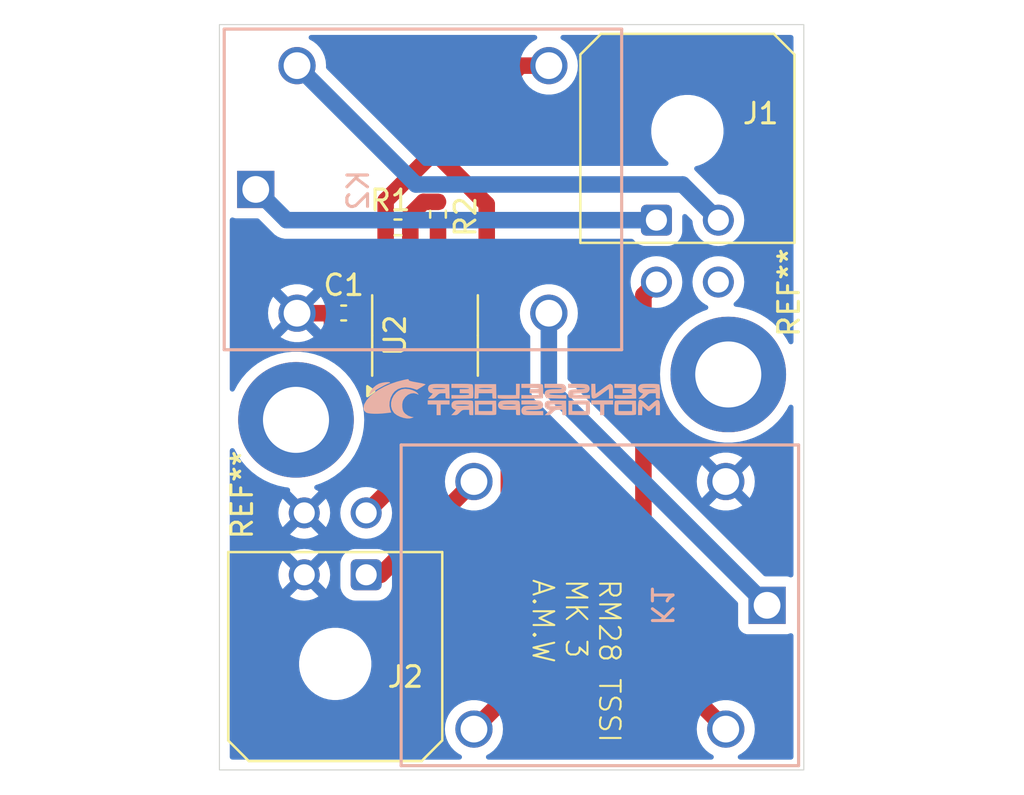
<source format=kicad_pcb>
(kicad_pcb (version 20240108) (generator "pcbnew") (generator_version "8.0")
  (layers (0 "F.Cu" signal) (31 "B.Cu" signal) (34 "B.Paste" user) (35 "F.Paste" user) (36 "B.SilkS" user "B.Silkscreen") (37 "F.SilkS" user "F.Silkscreen") (38 "B.Mask" user) (39 "F.Mask" user) (44 "Edge.Cuts" user))
  (net 0 "")
  (net 1 "Net-(U2-THR)")
  (net 2 "GND")
  (net 3 "BMS")
  (net 4 "Net-(K1-Pad1)")
  (net 5 "Net-(U2-R)")
  (net 7 "+12V")
  (net 8 "IMD")
  (net 9 "Net-(U2-DIS)")
  (net 10 "Net-(Green1-A)")
  (net 12 "Net-(J2-Pin_4)")
  (footprint "Capacitor_SMD:C_0402_1005Metric_Pad0.74x0.62mm_HandSolder" (layer "F.Cu") (at 135.32 80.62 180)
    (property "Reference" "C1" (at 0 1.35 0) (layer "F.SilkS"))
    (property "Value" ".47u")
    (fp_line (start -0.115835 0.36) (end 0.115835 0.36) (stroke (width 0.12)) (layer "F.SilkS"))
    (fp_line (start -0.115835 -0.36) (end 0.115835 -0.36) (stroke (width 0.12)) (layer "F.SilkS"))
    (pad "1" smd roundrect (at -0.5675 0 180) (size 0.735 0.62) (layers "F.Cu" "F.Paste" "F.Mask") (net 1 "Net-(U2-THR)"))
    (pad "2" smd roundrect (at 0.5675 0 180) (size 0.735 0.62) (layers "F.Cu" "F.Paste" "F.Mask") (net 2 "GND"))
  )
  (footprint "MountingHole:MountingHole_3.2mm_M3_DIN965_Pad" (layer "F.Cu") (at 133.01 85.8)
    (property "Reference" "REF**" (at -2.61 3.63 90) (layer "F.SilkS"))
    (property "Value" "MountingHole_3.2mm_M3_DIN965_Pad")
    (pad "1" thru_hole circle (at 0 0) (size 5.6 5.6) (drill 3.2) (layers "*.Cu" "*.Mask"))
  )
  (footprint "MountingHole:MountingHole_3.2mm_M3_DIN965_Pad" (layer "F.Cu") (at 153.95 83.6)
    (property "Reference" "REF**" (at 2.94 -3.97 -90) (layer "F.SilkS"))
    (property "Value" "MountingHole_3.2mm_M3_DIN965_Pad")
    (pad "1" thru_hole circle (at 0 0) (size 5.6 5.6) (drill 3.2) (layers "*.Cu" "*.Mask"))
  )
  (footprint "Resistor_SMD:R_0402_1005Metric_Pad0.72x0.64mm_HandSolder" (layer "F.Cu") (at 137.95 76.47)
    (property "Reference" "R1" (at -0.37 -1.31 0) (layer "F.SilkS"))
    (property "Value" "15k")
    (fp_line (start -0.167621 -0.38) (end 0.167621 -0.38) (stroke (width 0.12)) (layer "F.SilkS"))
    (fp_line (start -0.167621 0.38) (end 0.167621 0.38) (stroke (width 0.12)) (layer "F.SilkS"))
    (pad "1" smd roundrect (at -0.5975 0) (size 0.715 0.64) (layers "F.Cu" "F.Paste" "F.Mask") (net 5 "Net-(U2-R)"))
    (pad "2" smd roundrect (at 0.5975 0) (size 0.715 0.64) (layers "F.Cu" "F.Paste" "F.Mask") (net 9 "Net-(U2-DIS)"))
  )
  (footprint "Package_SO:SOIC-8_3.9x4.9mm_P1.27mm" (layer "F.Cu") (at 139.26 81.71 90)
    (property "Reference" "U2" (at 0 -1.45 90) (layer "F.SilkS"))
    (property "Value" "NE555D")
    (fp_line (start 0 -2.56) (end 1.95 -2.56) (stroke (width 0.12)) (layer "F.SilkS"))
    (fp_line (start 0 -2.56) (end -1.95 -2.56) (stroke (width 0.12)) (layer "F.SilkS"))
    (fp_line (start 0 2.56) (end 1.95 2.56) (stroke (width 0.12)) (layer "F.SilkS"))
    (fp_line (start 0 2.56) (end -1.95 2.56) (stroke (width 0.12)) (layer "F.SilkS"))
    (fp_poly (pts (xy -2.7 -2.465) (xy -2.94 -2.795) (xy -2.46 -2.795) (xy -2.7 -2.465)) (stroke (width 0.12)) (fill solid) (layer "F.SilkS"))
    (pad "1" smd roundrect (at -2.475 -1.905 90) (size 1.95 0.6) (layers "F.Cu" "F.Paste" "F.Mask") (net 2 "GND"))
    (pad "2" smd roundrect (at -2.475 -0.635 90) (size 1.95 0.6) (layers "F.Cu" "F.Paste" "F.Mask") (net 1 "Net-(U2-THR)"))
    (pad "3" smd roundrect (at -2.475 0.635 90) (size 1.95 0.6) (layers "F.Cu" "F.Paste" "F.Mask") (net 12 "Net-(J2-Pin_4)"))
    (pad "4" smd roundrect (at -2.475 1.905 90) (size 1.95 0.6) (layers "F.Cu" "F.Paste" "F.Mask") (net 5 "Net-(U2-R)"))
    (pad "5" smd roundrect (at 2.475 1.905 90) (size 1.95 0.6) (layers "F.Cu" "F.Paste" "F.Mask"))
    (pad "6" smd roundrect (at 2.475 0.635 90) (size 1.95 0.6) (layers "F.Cu" "F.Paste" "F.Mask") (net 1 "Net-(U2-THR)"))
    (pad "7" smd roundrect (at 2.475 -0.635 90) (size 1.95 0.6) (layers "F.Cu" "F.Paste" "F.Mask") (net 9 "Net-(U2-DIS)"))
    (pad "8" smd roundrect (at 2.475 -1.905 90) (size 1.95 0.6) (layers "F.Cu" "F.Paste" "F.Mask") (net 5 "Net-(U2-R)"))
  )
  (footprint "Resistor_SMD:R_0402_1005Metric_Pad0.72x0.64mm_HandSolder" (layer "F.Cu") (at 139.89 75.83 90)
    (property "Reference" "R2" (at -0.12 1.33 90) (layer "F.SilkS"))
    (property "Value" "470k")
    (fp_line (start -0.167621 -0.38) (end 0.167621 -0.38) (stroke (width 0.12)) (layer "F.SilkS"))
    (fp_line (start -0.167621 0.38) (end 0.167621 0.38) (stroke (width 0.12)) (layer "F.SilkS"))
    (pad "1" smd roundrect (at -0.5975 0 90) (size 0.715 0.64) (layers "F.Cu" "F.Paste" "F.Mask") (net 1 "Net-(U2-THR)"))
    (pad "2" smd roundrect (at 0.5975 0 90) (size 0.715 0.64) (layers "F.Cu" "F.Paste" "F.Mask") (net 9 "Net-(U2-DIS)"))
  )
  (footprint "Connector_Molex:Molex_Micro-Fit_3.0_43045-0400_2x02_P3.00mm_Horizontal" (layer "F.Cu") (at 150.47 76.12)
    (property "Reference" "J1" (at 5.05 -5.17 0) (layer "F.SilkS"))
    (property "Value" "Conn_01x04_Pin" (hide yes))
    (fp_line (start -3.685 -8.03) (end -2.685 -9.03) (stroke (width 0.12)) (layer "F.SilkS"))
    (fp_line (start -3.685 1.1) (end -3.685 -8.03) (stroke (width 0.12)) (layer "F.SilkS"))
    (fp_line (start -2.685 -9.03) (end 5.685 -9.03) (stroke (width 0.12)) (layer "F.SilkS"))
    (fp_line (start 5.685 -9.03) (end 6.685 -8.03) (stroke (width 0.12)) (layer "F.SilkS"))
    (fp_line (start 6.685 -8.03) (end 6.685 1.1) (stroke (width 0.12)) (layer "F.SilkS"))
    (fp_line (start 6.685 1.1) (end -3.685 1.1) (stroke (width 0.12)) (layer "F.SilkS"))
    (pad "" np_thru_hole circle (at 1.5 -4.32) (size 3 3) (drill 3) (layers "*.Cu" "*.Mask"))
    (pad "1" thru_hole roundrect (at 0 0) (size 1.5 1.5) (drill 1.02) (layers "*.Cu" "*.Mask") (roundrect_rratio 0.166667) (net 7 "+12V"))
    (pad "2" thru_hole circle (at 3 0) (size 1.5 1.5) (drill 1.02) (layers "*.Cu" "*.Mask") (net 8 "IMD"))
    (pad "3" thru_hole circle (at 0 3) (size 1.5 1.5) (drill 1.02) (layers "*.Cu" "*.Mask") (net 3 "BMS"))
    (pad "4" thru_hole circle (at 3 3) (size 1.5 1.5) (drill 1.02) (layers "*.Cu" "*.Mask"))
  )
  (footprint "Connector_Molex:Molex_Micro-Fit_3.0_43045-0400_2x02_P3.00mm_Horizontal" (layer "F.Cu") (at 136.41 93.31 180)
    (property "Reference" "J2" (at -1.9 -4.95 0) (layer "F.SilkS"))
    (property "Value" "Conn_01x04_Pin")
    (fp_line (start 6.685 1.1) (end -3.685 1.1) (stroke (width 0.12)) (layer "F.SilkS"))
    (fp_line (start 6.685 -8.03) (end 6.685 1.1) (stroke (width 0.12)) (layer "F.SilkS"))
    (fp_line (start 5.685 -9.03) (end 6.685 -8.03) (stroke (width 0.12)) (layer "F.SilkS"))
    (fp_line (start -2.685 -9.03) (end 5.685 -9.03) (stroke (width 0.12)) (layer "F.SilkS"))
    (fp_line (start -3.685 1.1) (end -3.685 -8.03) (stroke (width 0.12)) (layer "F.SilkS"))
    (fp_line (start -3.685 -8.03) (end -2.685 -9.03) (stroke (width 0.12)) (layer "F.SilkS"))
    (pad "" np_thru_hole circle (at 1.5 -4.32 180) (size 3 3) (drill 3) (layers "*.Cu" "*.Mask"))
    (pad "1" thru_hole roundrect (at 0 0 180) (size 1.5 1.5) (drill 1.02) (layers "*.Cu" "*.Mask") (roundrect_rratio 0.166667) (net 10 "Net-(Green1-A)"))
    (pad "2" thru_hole circle (at 3 0 180) (size 1.5 1.5) (drill 1.02) (layers "*.Cu" "*.Mask") (net 2 "GND"))
    (pad "3" thru_hole circle (at 0 3 180) (size 1.5 1.5) (drill 1.02) (layers "*.Cu" "*.Mask") (net 12 "Net-(J2-Pin_4)"))
    (pad "4" thru_hole circle (at 3 3 180) (size 1.5 1.5) (drill 1.02) (layers "*.Cu" "*.Mask") (net 2 "GND"))
  )
  (footprint "footprints:RM_silkscreen" (layer "B.Cu") (at 143.81 84.77 180)
    (property "Reference" "G***" (hide yes))
    (property "Value" "LOGO" (hide yes))
    (fp_poly (pts (xy 4.419887 -0.186554) (xy 4.419887 -0.287006) (xy 4.204633 -0.287006) (xy 3.989379 -0.287006) (xy 3.989379 -0.545311) (xy 3.989379 -0.803616) (xy 3.888927 -0.803616) (xy 3.788475 -0.803616) (xy 3.788475 -0.545311) (xy 3.788475 -0.287006) (xy 3.573221 -0.287006) (xy 3.357967 -0.287006) (xy 3.357967 -0.186554) (xy 3.357967 -0.086102) (xy 3.888927 -0.086102) (xy 4.419887 -0.086102)) (fill solid) (layer "B.SilkS"))
    (fp_poly (pts (xy -3.501469 -0.186554) (xy -3.501469 -0.287006) (xy -3.716723 -0.287006) (xy -3.931977 -0.287006) (xy -3.931977 -0.545311) (xy -3.931977 -0.803616) (xy -4.032429 -0.803616) (xy -4.132881 -0.803616) (xy -4.132881 -0.545311) (xy -4.132881 -0.287006) (xy -4.348135 -0.287006) (xy -4.563389 -0.287006) (xy -4.563389 -0.186554) (xy -4.563389 -0.086102) (xy -4.032429 -0.086102) (xy -3.501469 -0.086102)) (fill solid) (layer "B.SilkS"))
    (fp_poly (pts (xy 0.143503 0.444859) (xy 0.143503 0.172203) (xy 0.588362 0.172203) (xy 1.033221 0.172203) (xy 1.033221 0.08855) (xy 1.030938 0.044162) (xy 1.015602 0.018384) (xy 0.974477 0.005087) (xy 0.894831 -0.001862) (xy 0.839492 -0.004726) (xy 0.728511 -0.007989) (xy 0.581805 -0.0092) (xy 0.421017 -0.008294) (xy 0.308531 -0.006292) (xy -0.0287 0.001767) (xy -0.03198 0.086985) (xy -0.033844 0.153346) (xy -0.036059 0.258878) (xy -0.038259 0.385352) (xy -0.039155 0.444859) (xy -0.04305 0.717514) (xy 0.050226 0.717514) (xy 0.143503 0.717514)) (fill solid) (layer "B.SilkS"))
    (fp_poly (pts (xy 6.475485 0.79426) (xy 6.594172 0.77586) (xy 6.709158 0.748318) (xy 6.7942 0.718397) (xy 6.931266 0.637684) (xy 7.062254 0.52321) (xy 7.169144 0.392745) (xy 7.222062 0.29652) (xy 7.246412 0.228449) (xy 7.253799 0.186456) (xy 7.252234 0.182328) (xy 7.226196 0.193415) (xy 7.169185 0.234187) (xy 7.093047 0.296102) (xy 7.085525 0.302538) (xy 7.0114 0.357762) (xy 6.905879 0.425515) (xy 6.780518 0.499564) (xy 6.646872 0.573677) (xy 6.516495 0.641621) (xy 6.400942 0.697164) (xy 6.311769 0.734073) (xy 6.26296 0.746215) (xy 6.239731 0.763703) (xy 6.244584 0.778492) (xy 6.285955 0.797187) (xy 6.367834 0.801906)) (fill solid) (layer "B.SilkS"))
    (fp_poly (pts (xy 2.138193 -0.444859) (xy 2.138193 -0.789266) (xy 1.628112 -0.797106) (xy 1.437601 -0.799179) (xy 1.297495 -0.798428) (xy 1.20085 -0.794448) (xy 1.14072 -0.786835) (xy 1.11016 -0.775185) (xy 1.103301 -0.766561) (xy 1.09801 -0.723437) (xy 1.095126 -0.636528) (xy 1.094901 -0.519412) (xy 1.096228 -0.444859) (xy 1.291526 -0.444859) (xy 1.291526 -0.602712) (xy 1.621582 -0.602712) (xy 1.951639 -0.602712) (xy 1.951639 -0.444859) (xy 1.951639 -0.287006) (xy 1.621582 -0.287006) (xy 1.291526 -0.287006) (xy 1.291526 -0.444859) (xy 1.096228 -0.444859) (xy 1.096772 -0.414314) (xy 1.104972 -0.100452) (xy 1.621582 -0.100452) (xy 2.138193 -0.100452)) (fill solid) (layer "B.SilkS"))
    (fp_poly (pts (xy -2.934941 -0.092006) (xy -2.896631 -0.092578) (xy -2.396497 -0.100452) (xy -2.396497 -0.444859) (xy -2.396497 -0.789266) (xy -2.902612 -0.79709) (xy -3.086744 -0.799377) (xy -3.221422 -0.799317) (xy -3.314567 -0.796329) (xy -3.3741 -0.789837) (xy -3.407941 -0.779263) (xy -3.424011 -0.764028) (xy -3.426398 -0.758867) (xy -3.435523 -0.705753) (xy -3.441101 -0.61395) (xy -3.443291 -0.499151) (xy -3.442828 -0.444859) (xy -3.243163 -0.444859) (xy -3.243163 -0.602712) (xy -2.913107 -0.602712) (xy -2.58305 -0.602712) (xy -2.58305 -0.444859) (xy -2.58305 -0.287006) (xy -2.913107 -0.287006) (xy -3.243163 -0.287006) (xy -3.243163 -0.444859) (xy -3.442828 -0.444859) (xy -3.44225 -0.377048) (xy -3.438137 -0.263333) (xy -3.431109 -0.173699) (xy -3.421324 -0.123838) (xy -3.419976 -0.121278) (xy -3.396676 -0.107431) (xy -3.342966 -0.097933) (xy -3.252403 -0.092432) (xy -3.118543 -0.090574)) (fill solid) (layer "B.SilkS"))
    (fp_poly (pts (xy -5.808494 -0.092558) (xy -5.783202 -0.179978) (xy -5.771191 -0.319946) (xy -5.768813 -0.464949) (xy -5.768813 -0.803616) (xy -5.868058 -0.803616) (xy -5.967303 -0.803616) (xy -5.975685 -0.587788) (xy -5.984067 -0.371959) (xy -6.135501 -0.504573) (xy -6.209053 -0.568377) (xy -6.262078 -0.603865) (xy -6.307889 -0.609002) (xy -6.359798 -0.581752) (xy -6.431116 -0.52008) (xy -6.507853 -0.44765) (xy -6.62983 -0.332456) (xy -6.62983 -0.568036) (xy -6.62983 -0.803616) (xy -6.730282 -0.803616) (xy -6.830734 -0.803616) (xy -6.830734 -0.47561) (xy -6.82906 -0.324158) (xy -6.823221 -0.219914) (xy -6.811995 -0.152756) (xy -6.794158 -0.112567) (xy -6.785633 -0.102502) (xy -6.740727 -0.069028) (xy -6.692384 -0.063899) (xy -6.630813 -0.090709) (xy -6.546226 -0.153051) (xy -6.469442 -0.218558) (xy -6.285882 -0.379715) (xy -6.111813 -0.218558) (xy -5.998727 -0.120687) (xy -5.91279 -0.065403) (xy -5.850534 -0.055197)) (fill solid) (layer "B.SilkS"))
    (fp_poly (pts (xy 2.146251 0.351582) (xy 2.15431 0) (xy 2.052974 0) (xy 1.99071 0.002708) (xy 1.961226 0.021249) (xy 1.952264 0.071244) (xy 1.951639 0.129152) (xy 1.951639 0.258305) (xy 1.621582 0.258305) (xy 1.291526 0.258305) (xy 1.291526 0.129152) (xy 1.289401 0.049796) (xy 1.274853 0.012218) (xy 1.235626 0.000797) (xy 1.19019 0) (xy 1.088855 0) (xy 1.096914 0.351582) (xy 1.100039 0.487909) (xy 1.291526 0.487909) (xy 1.319038 0.475139) (xy 1.396953 0.465741) (xy 1.518339 0.460318) (xy 1.621582 0.459209) (xy 1.768443 0.461601) (xy 1.87652 0.468376) (xy 1.938882 0.478932) (xy 1.951639 0.487909) (xy 1.924127 0.50068) (xy 1.846212 0.510078) (xy 1.724825 0.515501) (xy 1.621582 0.51661) (xy 1.474722 0.514218) (xy 1.366645 0.507442) (xy 1.304283 0.496887) (xy 1.291526 0.487909) (xy 1.100039 0.487909) (xy 1.104972 0.703164) (xy 1.621582 0.703164) (xy 2.138193 0.703164)) (fill solid) (layer "B.SilkS"))
    (fp_poly (pts (xy 5.691787 0.447424) (xy 5.843958 0.372575) (xy 5.938807 0.297893) (xy 6.066667 0.150676) (xy 6.152418 -0.016919) (xy 6.195156 -0.194655) (xy 6.193973 -0.372292) (xy 6.147964 -0.539592) (xy 6.056222 -0.686316) (xy 6.02855 -0.716083) (xy 5.911318 -0.806122) (xy 5.763376 -0.880047) (xy 5.600091 -0.933836) (xy 5.436835 -0.963461) (xy 5.288975 -0.964899) (xy 5.180452 -0.938181) (xy 5.094351 -0.89957) (xy 5.211423 -0.880738) (xy 5.360864 -0.830978) (xy 5.498524 -0.738443) (xy 5.578735 -0.652021) (xy 5.624737 -0.55251) (xy 5.649192 -0.420527) (xy 5.65125 -0.277138) (xy 5.630064 -0.143411) (xy 5.602213 -0.069263) (xy 5.503199 0.074947) (xy 5.379143 0.180886) (xy 5.239675 0.244463) (xy 5.094425 0.261586) (xy 4.95302 0.228164) (xy 4.929186 0.216708) (xy 4.87619 0.191122) (xy 4.863568 0.195964) (xy 4.879487 0.230335) (xy 4.938909 0.295088) (xy 5.040033 0.359064) (xy 5.167588 0.414508) (xy 5.306301 0.453665) (xy 5.327174 0.457663) (xy 5.523474 0.474755)) (fill solid) (layer "B.SilkS"))
    (fp_poly (pts (xy -3.501469 0.393198) (xy -3.504812 0.221203) (xy -3.51476 0.103321) (xy -3.531184 0.04087) (xy -3.535909 0.03444) (xy -3.584001 0.003888) (xy -3.645171 0.001487) (xy -3.726024 0.02986) (xy -3.833161 0.091631) (xy -3.973187 0.189422) (xy -4.027154 0.229604) (xy -4.140854 0.314395) (xy -4.23766 0.385054) (xy -4.308641 0.435178) (xy -4.344869 0.45836) (xy -4.347303 0.459209) (xy -4.354354 0.432775) (xy -4.359663 0.36253) (xy -4.362333 0.262055) (xy -4.362485 0.229604) (xy -4.362485 0) (xy -4.462937 0) (xy -4.563389 0) (xy -4.563389 0.311258) (xy -4.562056 0.453416) (xy -4.556941 0.549664) (xy -4.546367 0.611451) (xy -4.528659 0.65023) (xy -4.510904 0.670015) (xy -4.452141 0.707345) (xy -4.412748 0.717514) (xy -4.374136 0.701103) (xy -4.299619 0.656061) (xy -4.198851 0.588673) (xy -4.081485 0.505224) (xy -4.0419 0.47608) (xy -3.716723 0.234647) (xy -3.70843 0.47608) (xy -3.700138 0.717514) (xy -3.600803 0.717514) (xy -3.501469 0.717514)) (fill solid) (layer "B.SilkS"))
    (fp_poly (pts (xy -4.620791 0.617709) (xy -4.620791 0.51661) (xy -5.051299 0.51661) (xy -5.226742 0.514753) (xy -5.360172 0.5094) (xy -5.44668 0.500878) (xy -5.481361 0.489514) (xy -5.481807 0.487909) (xy -5.454955 0.473696) (xy -5.381643 0.463708) (xy -5.272743 0.459305) (xy -5.252203 0.459209) (xy -5.022598 0.459209) (xy -5.022598 0.358757) (xy -5.022598 0.258305) (xy -5.252203 0.258305) (xy -5.370011 0.256277) (xy -5.440712 0.24892) (xy -5.474498 0.234322) (xy -5.481807 0.215254) (xy -5.473999 0.198405) (xy -5.445253 0.186496) (xy -5.387592 0.178731) (xy -5.293037 0.17431) (xy -5.15361 0.172437) (xy -5.051299 0.172203) (xy -4.620791 0.172203) (xy -4.620791 0.088871) (xy -4.624862 0.03871) (xy -4.647036 0.012572) (xy -4.702256 0.000476) (xy -4.760434 -0.004405) (xy -4.842357 -0.007566) (xy -4.965718 -0.009047) (xy -5.114574 -0.00879) (xy -5.272986 -0.006738) (xy -5.292271 -0.00636) (xy -5.684465 0.001631) (xy -5.676413 0.352397) (xy -5.668361 0.703164) (xy -5.144576 0.710986) (xy -4.620791 0.718809)) (fill solid) (layer "B.SilkS"))
    (fp_poly (pts (xy -4.832889 -0.091846) (xy -4.735104 -0.096674) (xy -4.675318 -0.105436) (xy -4.647086 -0.118485) (xy -4.644882 -0.121278) (xy -4.634822 -0.165227) (xy -4.627462 -0.250829) (xy -4.622967 -0.36239) (xy -4.6215 -0.484217) (xy -4.623227 -0.600619) (xy -4.62831 -0.695902) (xy -4.636916 -0.754373) (xy -4.638211 -0.758218) (xy -4.651548 -0.774871) (xy -4.682097 -0.786968) (xy -4.73773 -0.7952) (xy -4.826317 -0.800258) (xy -4.955727 -0.802831) (xy -5.133832 -0.80361) (xy -5.155722 -0.803616) (xy -5.346455 -0.802626) (xy -5.48639 -0.799335) (xy -5.582106 -0.793261) (xy -5.640176 -0.783922) (xy -5.667179 -0.770836) (xy -5.670287 -0.765896) (xy -5.675473 -0.723059) (xy -5.678274 -0.636402) (xy -5.678448 -0.519466) (xy -5.677109 -0.444859) (xy -5.481807 -0.444859) (xy -5.481807 -0.602712) (xy -5.151751 -0.602712) (xy -4.821694 -0.602712) (xy -4.821694 -0.444859) (xy -4.821694 -0.287006) (xy -5.151751 -0.287006) (xy -5.481807 -0.287006) (xy -5.481807 -0.444859) (xy -5.677109 -0.444859) (xy -5.676561 -0.414314) (xy -5.668361 -0.100452) (xy -5.168227 -0.092578) (xy -4.975115 -0.090598)) (fill solid) (layer "B.SilkS"))
    (fp_poly (pts (xy 3.271865 0.617062) (xy 3.271865 0.51661) (xy 2.841356 0.51661) (xy 2.665913 0.514753) (xy 2.532484 0.5094) (xy 2.445975 0.500878) (xy 2.411294 0.489514) (xy 2.410848 0.487909) (xy 2.437701 0.473696) (xy 2.511013 0.463708) (xy 2.619912 0.459305) (xy 2.640452 0.459209) (xy 2.870057 0.459209) (xy 2.870057 0.358757) (xy 2.870057 0.258305) (xy 2.640452 0.258305) (xy 2.522644 0.256277) (xy 2.451943 0.24892) (xy 2.418157 0.234322) (xy 2.410848 0.215254) (xy 2.418657 0.198405) (xy 2.447402 0.186496) (xy 2.505063 0.178731) (xy 2.599618 0.17431) (xy 2.739045 0.172437) (xy 2.841356 0.172203) (xy 3.271865 0.172203) (xy 3.271865 0.086102) (xy 3.271865 0) (xy 2.760038 0) (xy 2.594147 0.001024) (xy 2.448512 0.003868) (xy 2.33269 0.008187) (xy 2.256239 0.013636) (xy 2.229078 0.019134) (xy 2.217728 0.059032) (xy 2.211046 0.141173) (xy 2.208687 0.250617) (xy 2.210307 0.372424) (xy 2.215561 0.491654) (xy 2.224104 0.593369) (xy 2.235592 0.662627) (xy 2.244385 0.683073) (xy 2.281714 0.697293) (xy 2.363612 0.707561) (xy 2.493777 0.714115) (xy 2.675905 0.717197) (xy 2.775345 0.717514) (xy 3.271865 0.717514)) (fill solid) (layer "B.SilkS"))
    (fp_poly (pts (xy 0.591158 -0.088474) (xy 0.736817 -0.095175) (xy 0.843509 -0.10558) (xy 0.901289 -0.118758) (xy 0.971082 -0.178824) (xy 1.010859 -0.268849) (xy 1.011463 -0.365314) (xy 1.005213 -0.385635) (xy 0.973835 -0.447685) (xy 0.928303 -0.491661) (xy 0.859333 -0.520474) (xy 0.757643 -0.537034) (xy 0.613949 -0.544251) (xy 0.495874 -0.545311) (xy 0.143503 -0.545311) (xy 0.143503 -0.674463) (xy 0.141359 -0.75382) (xy 0.126825 -0.791398) (xy 0.087753 -0.802819) (xy 0.043051 -0.803616) (xy -0.057401 -0.803616) (xy -0.057401 -0.500373) (xy -0.054676 -0.368779) (xy -0.051263 -0.315706) (xy 0.143503 -0.315706) (xy 0.171015 -0.328477) (xy 0.24893 -0.337875) (xy 0.370317 -0.343298) (xy 0.47356 -0.344407) (xy 0.62042 -0.342015) (xy 0.728497 -0.335239) (xy 0.790859 -0.324684) (xy 0.803616 -0.315706) (xy 0.776104 -0.302936) (xy 0.698189 -0.293538) (xy 0.576803 -0.288115) (xy 0.47356 -0.287006) (xy 0.326699 -0.289398) (xy 0.218622 -0.296173) (xy 0.156261 -0.306729) (xy 0.143503 -0.315706) (xy -0.051263 -0.315706) (xy -0.047322 -0.254406) (xy -0.036571 -0.172132) (xy -0.02769 -0.141616) (xy -0.011708 -0.119784) (xy 0.015143 -0.10454) (xy 0.062188 -0.094717) (xy 0.138751 -0.089148) (xy 0.254154 -0.086665) (xy 0.415818 -0.086102)) (fill solid) (layer "B.SilkS"))
    (fp_poly (pts (xy -0.114802 0.617062) (xy -0.114802 0.51661) (xy -0.54531 0.51661) (xy -0.720754 0.514753) (xy -0.854183 0.5094) (xy -0.940691 0.500878) (xy -0.975372 0.489514) (xy -0.975819 0.487909) (xy -0.948966 0.473696) (xy -0.875654 0.463708) (xy -0.766754 0.459305) (xy -0.746214 0.459209) (xy -0.51661 0.459209) (xy -0.51661 0.358757) (xy -0.51661 0.258305) (xy -0.746214 0.258305) (xy -0.864022 0.256277) (xy -0.934723 0.24892) (xy -0.968509 0.234322) (xy -0.975819 0.215254) (xy -0.96801 0.198405) (xy -0.939264 0.186496) (xy -0.881603 0.178731) (xy -0.787048 0.17431) (xy -0.647621 0.172437) (xy -0.54531 0.172203) (xy -0.114802 0.172203) (xy -0.114802 0.086102) (xy -0.114802 0) (xy -0.626629 0) (xy -0.79252 0.001024) (xy -0.938155 0.003868) (xy -1.053977 0.008187) (xy -1.130428 0.013636) (xy -1.157589 0.019134) (xy -1.165916 0.054879) (xy -1.171837 0.133294) (xy -1.175313 0.239693) (xy -1.176307 0.359393) (xy -1.174779 0.477711) (xy -1.170691 0.579963) (xy -1.164005 0.651465) (xy -1.159302 0.672116) (xy -1.146135 0.688573) (xy -1.115963 0.700587) (xy -1.061016 0.708821) (xy -0.973529 0.713941) (xy -0.845734 0.716611) (xy -0.669863 0.717493) (xy -0.628341 0.717514) (xy -0.114802 0.717514)) (fill solid) (layer "B.SilkS"))
    (fp_poly (pts (xy -1.502217 -0.094802) (xy -1.399409 -0.106843) (xy -1.330163 -0.129001) (xy -1.286572 -0.163417) (xy -1.260731 -0.212231) (xy -1.249783 -0.252347) (xy -1.24807 -0.368707) (xy -1.296258 -0.460154) (xy -1.390569 -0.520009) (xy -1.492897 -0.557011) (xy -1.371885 -0.680314) (xy -1.250873 -0.803616) (xy -1.380026 -0.803616) (xy -1.457314 -0.798886) (xy -1.516822 -0.777916) (xy -1.578698 -0.73054) (xy -1.635932 -0.674463) (xy -1.709052 -0.603405) (xy -1.765569 -0.564745) (xy -1.827769 -0.548658) (xy -1.917936 -0.545322) (xy -1.928913 -0.545311) (xy -2.095141 -0.545311) (xy -2.095141 -0.674463) (xy -2.097266 -0.75382) (xy -2.111814 -0.791397) (xy -2.151041 -0.802819) (xy -2.196476 -0.803616) (xy -2.297812 -0.803616) (xy -2.289753 -0.452034) (xy -2.286628 -0.315706) (xy -2.095141 -0.315706) (xy -2.067697 -0.328656) (xy -1.990255 -0.338133) (xy -1.87015 -0.343469) (xy -1.779435 -0.344407) (xy -1.636986 -0.341912) (xy -1.532743 -0.334872) (xy -1.474041 -0.323953) (xy -1.463728 -0.315706) (xy -1.491172 -0.302757) (xy -1.568614 -0.29328) (xy -1.688719 -0.287943) (xy -1.779435 -0.287006) (xy -1.921883 -0.289501) (xy -2.026126 -0.296541) (xy -2.084828 -0.30746) (xy -2.095141 -0.315706) (xy -2.286628 -0.315706) (xy -2.281694 -0.100452) (xy -1.840146 -0.092509) (xy -1.646494 -0.090738)) (fill solid) (layer "B.SilkS"))
    (fp_poly (pts (xy 5.396005 0.942463) (xy 5.469779 0.930056) (xy 5.587559 0.905668) (xy 5.916908 0.821111) (xy 6.23131 0.711833) (xy 6.525118 0.581501) (xy 6.792683 0.433779) (xy 7.028359 0.272332) (xy 7.226497 0.100824) (xy 7.381449 -0.07708) (xy 7.487569 -0.257714) (xy 7.520821 -0.348845) (xy 7.53171 -0.474017) (xy 7.494791 -0.585304) (xy 7.415349 -0.668748) (xy 7.395181 -0.680677) (xy 7.309757 -0.707669) (xy 7.178897 -0.72584) (xy 7.013931 -0.734865) (xy 6.826191 -0.734419) (xy 6.627008 -0.724177) (xy 6.457628 -0.707581) (xy 6.184972 -0.674463) (xy 6.235679 -0.530961) (xy 6.272353 -0.346417) (xy 6.262502 -0.148916) (xy 6.20984 0.046735) (xy 6.118081 0.22573) (xy 6.014264 0.351647) (xy 5.863681 0.459022) (xy 5.681703 0.523698) (xy 5.476643 0.54443) (xy 5.256813 0.519969) (xy 5.126642 0.484852) (xy 4.942474 0.424394) (xy 4.738064 0.545832) (xy 4.642302 0.604207) (xy 4.567156 0.652797) (xy 4.525198 0.683377) (xy 4.520892 0.68792) (xy 4.541588 0.70125) (xy 4.607596 0.720635) (xy 4.707545 0.743072) (xy 4.78689 0.758149) (xy 4.979082 0.792932) (xy 5.121653 0.820519) (xy 5.221657 0.842806) (xy 5.286149 0.861691) (xy 5.322182 0.879071) (xy 5.336812 0.896843) (xy 5.338306 0.906446) (xy 5.341104 0.930624) (xy 5.356725 0.942641)) (fill solid) (layer "B.SilkS"))
    (fp_poly (pts (xy 4.128346 0.708083) (xy 4.233315 0.695055) (xy 4.305638 0.671921) (xy 4.353507 0.636842) (xy 4.38511 0.58798) (xy 4.390379 0.575961) (xy 4.408649 0.471526) (xy 4.383461 0.374502) (xy 4.323199 0.299383) (xy 4.236246 0.260659) (xy 4.206622 0.258305) (xy 4.182189 0.251451) (xy 4.189794 0.225799) (xy 4.233559 0.173715) (xy 4.276385 0.129152) (xy 4.403138 0) (xy 4.259635 0) (xy 4.176148 0.0037) (xy 4.11559 0.021506) (xy 4.05692 0.063473) (xy 3.989379 0.129152) (xy 3.915364 0.200681) (xy 3.858098 0.239399) (xy 3.796063 0.255282) (xy 3.710748 0.258305) (xy 3.55887 0.258305) (xy 3.55887 0.129152) (xy 3.556745 0.049796) (xy 3.542198 0.012218) (xy 3.502971 0.000797) (xy 3.457535 0) (xy 3.3562 0) (xy 3.364258 0.351582) (xy 3.367383 0.487909) (xy 3.55887 0.487909) (xy 3.586314 0.47496) (xy 3.663756 0.465483) (xy 3.783861 0.460146) (xy 3.874577 0.459209) (xy 4.017025 0.461704) (xy 4.121268 0.468744) (xy 4.179971 0.479663) (xy 4.190283 0.487909) (xy 4.162839 0.500859) (xy 4.085397 0.510336) (xy 3.965292 0.515672) (xy 3.874577 0.51661) (xy 3.732128 0.514115) (xy 3.627885 0.507075) (xy 3.569183 0.496156) (xy 3.55887 0.487909) (xy 3.367383 0.487909) (xy 3.372317 0.703164) (xy 3.787709 0.711166) (xy 3.982541 0.71284)) (fill solid) (layer "B.SilkS"))
    (fp_poly (pts (xy -1.234124 0.617062) (xy -1.234124 0.51661) (xy -1.664632 0.51661) (xy -1.840076 0.514753) (xy -1.973505 0.5094) (xy -2.060013 0.500878) (xy -2.094694 0.489514) (xy -2.095141 0.487909) (xy -2.067692 0.474971) (xy -1.990219 0.4655) (xy -1.870028 0.460157) (xy -1.778513 0.459209) (xy -1.590766 0.45522) (xy -1.452405 0.441477) (xy -1.355852 0.415317) (xy -1.29353 0.374079) (xy -1.257863 0.3151) (xy -1.246505 0.272254) (xy -1.241349 0.18141) (xy -1.271682 0.107751) (xy -1.283729 0.090697) (xy -1.34069 0.01435) (xy -1.818367 0.006481) (xy -2.296045 -0.001388) (xy -2.296045 0.08462) (xy -2.296045 0.170627) (xy -1.889416 0.17859) (xy -1.712825 0.183715) (xy -1.588322 0.191453) (xy -1.510635 0.202356) (xy -1.474489 0.216976) (xy -1.470866 0.222429) (xy -1.479497 0.238358) (xy -1.522407 0.24912) (xy -1.606427 0.255457) (xy -1.738386 0.258109) (xy -1.801873 0.258305) (xy -1.95137 0.259356) (xy -2.055409 0.26364) (xy -2.12591 0.272851) (xy -2.174795 0.288682) (xy -2.213986 0.312829) (xy -2.220423 0.317789) (xy -2.282396 0.398917) (xy -2.297377 0.497183) (xy -2.265112 0.596403) (xy -2.225598 0.647067) (xy -2.197243 0.673394) (xy -2.166833 0.692181) (xy -2.124786 0.7047) (xy -2.061521 0.712221) (xy -1.967458 0.716016) (xy -1.833015 0.717355) (xy -1.694637 0.717514) (xy -1.234124 0.717514)) (fill solid) (layer "B.SilkS"))
    (fp_poly (pts (xy -2.382146 0.617062) (xy -2.382146 0.51661) (xy -2.798305 0.51661) (xy -2.949173 0.514892) (xy -3.074491 0.510138) (xy -3.164805 0.502946) (xy -3.210658 0.493916) (xy -3.214463 0.49025) (xy -3.187582 0.479508) (xy -3.114216 0.469275) (xy -3.005274 0.460653) (xy -2.87167 0.454741) (xy -2.858627 0.454374) (xy -2.681781 0.446968) (xy -2.55441 0.433039) (xy -2.468645 0.408639) (xy -2.416619 0.369819) (xy -2.390464 0.31263) (xy -2.38231 0.233123) (xy -2.382146 0.215254) (xy -2.385044 0.142583) (xy -2.398612 0.088387) (xy -2.430161 0.049968) (xy -2.487002 0.02463) (xy -2.576447 0.009674) (xy -2.705808 0.002403) (xy -2.882395 0.000121) (xy -2.965593 0) (xy -3.444067 0) (xy -3.444067 0.085334) (xy -3.444067 0.170669) (xy -3.027836 0.178611) (xy -2.851038 0.184472) (xy -2.721625 0.193645) (xy -2.641102 0.204958) (xy -2.61097 0.217243) (xy -2.632732 0.22933) (xy -2.707889 0.24005) (xy -2.837945 0.248234) (xy -2.934517 0.251255) (xy -3.071014 0.257022) (xy -3.19121 0.267004) (xy -3.280493 0.279695) (xy -3.320197 0.290967) (xy -3.392078 0.357351) (xy -3.427981 0.451203) (xy -3.419218 0.549494) (xy -3.418474 0.551487) (xy -3.390798 0.610459) (xy -3.353485 0.653709) (xy -3.297977 0.683615) (xy -3.215718 0.702553) (xy -3.09815 0.712899) (xy -2.936715 0.717029) (xy -2.820619 0.717514) (xy -2.382146 0.717514)) (fill solid) (layer "B.SilkS"))
    (fp_poly (pts (xy -0.114802 -0.186554) (xy -0.114802 -0.287006) (xy -0.53096 -0.287006) (xy -0.702538 -0.288924) (xy -0.832491 -0.294444) (xy -0.915689 -0.30321) (xy -0.947001 -0.31487) (xy -0.947118 -0.315706) (xy -0.91956 -0.328351) (xy -0.841326 -0.337692) (xy -0.719076 -0.34317) (xy -0.606582 -0.344407) (xy -0.457613 -0.345475) (xy -0.354042 -0.349821) (xy -0.283888 -0.359158) (xy -0.23517 -0.375198) (xy -0.195905 -0.399654) (xy -0.190424 -0.403891) (xy -0.132002 -0.482823) (xy -0.111834 -0.583561) (xy -0.131089 -0.684094) (xy -0.172203 -0.746215) (xy -0.197728 -0.767576) (xy -0.230999 -0.78289) (xy -0.281202 -0.793152) (xy -0.357524 -0.799353) (xy -0.469153 -0.802488) (xy -0.625275 -0.80355) (xy -0.703163 -0.803616) (xy -1.176723 -0.803616) (xy -1.176723 -0.703164) (xy -1.176723 -0.602712) (xy -0.74452 -0.602712) (xy -0.561632 -0.600895) (xy -0.430267 -0.595533) (xy -0.352323 -0.586757) (xy -0.329701 -0.574699) (xy -0.330056 -0.574011) (xy -0.364959 -0.561925) (xy -0.445976 -0.552496) (xy -0.561845 -0.546696) (xy -0.663232 -0.545311) (xy -0.847647 -0.540496) (xy -0.982444 -0.524623) (xy -1.074705 -0.495554) (xy -1.131517 -0.451148) (xy -1.158333 -0.395782) (xy -1.174648 -0.293699) (xy -1.154774 -0.217376) (xy -1.106276 -0.156549) (xy -1.077921 -0.130222) (xy -1.047511 -0.111435) (xy -1.005464 -0.098916) (xy -0.942199 -0.091395) (xy -0.848136 -0.0876) (xy -0.713693 -0.08626) (xy -0.575315 -0.086102) (xy -0.114802 -0.086102)) (fill solid) (layer "B.SilkS"))
    (fp_poly (pts (xy -6.174642 0.716843) (xy -6.055384 0.714006) (xy -5.972844 0.707764) (xy -5.916684 0.696879) (xy -5.876566 0.680111) (xy -5.844435 0.65803) (xy -5.782341 0.576708) (xy -5.764523 0.478057) (xy -5.790981 0.38128) (xy -5.844435 0.317789) (xy -5.914823 0.275999) (xy -5.978891 0.258309) (xy -5.979563 0.258305) (xy -6.006276 0.252557) (xy -6.002215 0.229894) (xy -5.963147 0.182192) (xy -5.912316 0.129152) (xy -5.785562 0) (xy -5.914715 0) (xy -5.992003 0.00473) (xy -6.051512 0.025699) (xy -6.113387 0.073076) (xy -6.170621 0.129152) (xy -6.243741 0.20021) (xy -6.300258 0.238871) (xy -6.362458 0.254958) (xy -6.452625 0.258294) (xy -6.463602 0.258305) (xy -6.62983 0.258305) (xy -6.62983 0.129152) (xy -6.631975 0.049795) (xy -6.646508 0.012217) (xy -6.685581 0.000796) (xy -6.730282 0) (xy -6.830734 0) (xy -6.830734 0.324316) (xy -6.827553 0.487909) (xy -6.62983 0.487909) (xy -6.602318 0.475139) (xy -6.524403 0.465741) (xy -6.403017 0.460318) (xy -6.299774 0.459209) (xy -6.152913 0.461601) (xy -6.044836 0.468376) (xy -5.982474 0.478932) (xy -5.969717 0.487909) (xy -5.997229 0.50068) (xy -6.075144 0.510078) (xy -6.196531 0.515501) (xy -6.299774 0.51661) (xy -6.446634 0.514218) (xy -6.554711 0.507442) (xy -6.617073 0.496887) (xy -6.62983 0.487909) (xy -6.827553 0.487909) (xy -6.82739 0.496311) (xy -6.817443 0.614193) (xy -6.801018 0.676644) (xy -6.796293 0.683073) (xy -6.754491 0.698704) (xy -6.663469 0.709513) (xy -6.520477 0.715709) (xy -6.340955 0.717514)) (fill solid) (layer "B.SilkS"))
    (fp_poly (pts (xy 2.852565 -0.086718) (xy 2.975098 -0.089343) (xy 3.060367 -0.095142) (xy 3.118438 -0.105283) (xy 3.159376 -0.12093) (xy 3.193248 -0.14325) (xy 3.196243 -0.145586) (xy 3.251377 -0.206555) (xy 3.27106 -0.286626) (xy 3.271865 -0.315706) (xy 3.259835 -0.405832) (xy 3.215688 -0.469355) (xy 3.196243 -0.485827) (xy 3.130886 -0.527186) (xy 3.07699 -0.545279) (xy 3.075465 -0.545311) (xy 3.066462 -0.562723) (xy 3.100721 -0.613187) (xy 3.157063 -0.674463) (xy 3.283816 -0.803616) (xy 3.140313 -0.803616) (xy 3.056826 -0.799915) (xy 2.996268 -0.78211) (xy 2.937598 -0.740142) (xy 2.870057 -0.674463) (xy 2.796937 -0.603405) (xy 2.740419 -0.564745) (xy 2.67822 -0.548658) (xy 2.588053 -0.545322) (xy 2.577076 -0.545311) (xy 2.410848 -0.545311) (xy 2.410848 -0.674463) (xy 2.408703 -0.75382) (xy 2.39417 -0.791398) (xy 2.355097 -0.802819) (xy 2.310396 -0.803616) (xy 2.209944 -0.803616) (xy 2.209944 -0.490257) (xy 2.211479 -0.357991) (xy 2.213024 -0.315706) (xy 2.410848 -0.315706) (xy 2.43836 -0.328477) (xy 2.516275 -0.337875) (xy 2.637661 -0.343298) (xy 2.740904 -0.344407) (xy 2.887765 -0.342015) (xy 2.995842 -0.335239) (xy 3.058204 -0.324684) (xy 3.070961 -0.315706) (xy 3.043449 -0.302936) (xy 2.965534 -0.293538) (xy 2.844147 -0.288115) (xy 2.740904 -0.287006) (xy 2.594044 -0.289398) (xy 2.485967 -0.296173) (xy 2.423605 -0.306729) (xy 2.410848 -0.315706) (xy 2.213024 -0.315706) (xy 2.215633 -0.244293) (xy 2.221725 -0.163146) (xy 2.227365 -0.1315) (xy 2.241609 -0.113832) (xy 2.274187 -0.101327) (xy 2.3335 -0.093146) (xy 2.427949 -0.088452) (xy 2.565934 -0.086407) (xy 2.682703 -0.086102)) (fill solid) (layer "B.SilkS"))
  )
  (footprint "footprints:K_AZ943-1C_AMZ" (layer "B.Cu") (at 131.06 74.63 -90)
    (property "Reference" "K2" (at 0.04 -4.96 90) (layer "B.SilkS") (effects (justify mirror)))
    (property "Value" "SANYOU_SRD_Form_C")
    (fp_line (start -7.7724 1.527) (end 7.7724 1.527) (stroke (width 0.1524)) (layer "B.SilkS"))
    (fp_line (start -7.7724 -17.7262) (end -7.7724 1.527) (stroke (width 0.1524)) (layer "B.SilkS"))
    (fp_line (start -7.7724 -17.7262) (end 7.7724 -17.7262) (stroke (width 0.1524)) (layer "B.SilkS"))
    (fp_line (start 7.7724 -17.7262) (end 7.7724 1.527) (stroke (width 0.1524)) (layer "B.SilkS"))
    (pad "1" thru_hole rect (at 0 0 270) (size 1.8034 1.8034) (drill 1.2954) (layers "*.Cu" "*.Mask") (net 7 "+12V"))
    (pad "2" thru_hole circle (at -5.999999 -2.000001 270) (size 1.8034 1.8034) (drill 1.2954) (layers "*.Cu" "*.Mask") (net 8 "IMD"))
    (pad "3" thru_hole circle (at -5.999999 -14.199199 270) (size 1.8034 1.8034) (drill 1.2954) (layers "*.Cu" "*.Mask") (net 5 "Net-(U2-R)"))
    (pad "4" thru_hole circle (at 5.999999 -14.199199 270) (size 1.8034 1.8034) (drill 1.2954) (layers "*.Cu" "*.Mask") (net 4 "Net-(K1-Pad1)"))
    (pad "5" thru_hole circle (at 5.999999 -2.000001 270) (size 1.8034 1.8034) (drill 1.2954) (layers "*.Cu" "*.Mask") (net 2 "GND"))
  )
  (footprint "footprints:K_AZ943-1C_AMZ" (layer "B.Cu") (at 155.830001 94.790001 90)
    (property "Reference" "K1" (at 0.000001 -5.099199 -90) (layer "B.SilkS") (effects (justify mirror)))
    (property "Value" "SANYOU_SRD_Form_C")
    (fp_line (start 7.7724 -17.7262) (end 7.7724 1.527) (stroke (width 0.1524)) (layer "B.SilkS"))
    (fp_line (start -7.7724 -17.7262) (end 7.7724 -17.7262) (stroke (width 0.1524)) (layer "B.SilkS"))
    (fp_line (start -7.7724 -17.7262) (end -7.7724 1.527) (stroke (width 0.1524)) (layer "B.SilkS"))
    (fp_line (start -7.7724 1.527) (end 7.7724 1.527) (stroke (width 0.1524)) (layer "B.SilkS"))
    (pad "1" thru_hole rect (at 0 0 90) (size 1.8034 1.8034) (drill 1.2954) (layers "*.Cu" "*.Mask") (net 4 "Net-(K1-Pad1)"))
    (pad "2" thru_hole circle (at -5.999999 -2.000001 90) (size 1.8034 1.8034) (drill 1.2954) (layers "*.Cu" "*.Mask") (net 3 "BMS"))
    (pad "3" thru_hole circle (at -5.999999 -14.199199 90) (size 1.8034 1.8034) (drill 1.2954) (layers "*.Cu" "*.Mask") (net 5 "Net-(U2-R)"))
    (pad "4" thru_hole circle (at 5.999999 -14.199199 90) (size 1.8034 1.8034) (drill 1.2954) (layers "*.Cu" "*.Mask") (net 10 "Net-(Green1-A)"))
    (pad "5" thru_hole circle (at 5.999999 -2.000001 90) (size 1.8034 1.8034) (drill 1.2954) (layers "*.Cu" "*.Mask") (net 2 "GND"))
  )
  (gr_rect (start 129.3 66.64) (end 157.61 102.77) (stroke (width 0.05)) (fill none) (layer "Edge.Cuts"))
  (gr_text "RM28 TSSI\nMK 3\nA.M.W" (at 144.39 93.44 -90) (layer "F.SilkS") (effects (font (size 1 1) (thickness 0.1)) (justify left bottom)))
  (segment (start 135.8875 80.6275) (end 135.8875 80.62) (width 0.8) (layer "F.Cu") (net 1))
  (segment (start 139.89 76.4275) (end 139.89 79.23) (width 0.8) (layer "F.Cu") (net 1))
  (segment (start 138.625 82.245) (end 137.505 82.245) (width 0.8) (layer "F.Cu") (net 1))
  (segment (start 139.895 80.975) (end 139.895 79.235) (width 0.8) (layer "F.Cu") (net 1))
  (segment (start 139.89 79.23) (end 139.895 79.235) (width 0.8) (layer "F.Cu") (net 1))
  (segment (start 138.625 82.245) (end 139.895 80.975) (width 0.8) (layer "F.Cu") (net 1))
  (segment (start 138.625 84.185) (end 138.625 82.245) (width 0.8) (layer "F.Cu") (net 1))
  (segment (start 137.505 82.245) (end 135.8875 80.6275) (width 0.8) (layer "F.Cu") (net 1))
  (segment (start 133.060001 80.629999) (end 134.742501 80.629999) (width 0.8) (layer "F.Cu") (net 2))
  (segment (start 134.7525 80.62) (end 134.7525 81.5825) (width 0.8) (layer "F.Cu") (net 2))
  (segment (start 134.7525 81.5825) (end 137.355 84.185) (width 0.8) (layer "F.Cu") (net 2))
  (segment (start 134.742501 80.629999) (end 134.7525 80.62) (width 0.2) (layer "F.Cu") (net 2))
  (segment (start 150.47 79.12) (end 149.84 79.75) (width 0.8) (layer "F.Cu") (net 3))
  (segment (start 149.84 96.8) (end 153.83 100.79) (width 0.8) (layer "F.Cu") (net 3))
  (segment (start 149.84 79.75) (end 149.84 96.8) (width 0.8) (layer "F.Cu") (net 3))
  (segment (start 145.259199 84.219199) (end 155.830001 94.790001) (width 0.8) (layer "B.Cu") (net 4))
  (segment (start 145.259199 80.629999) (end 145.259199 84.219199) (width 0.8) (layer "B.Cu") (net 4))
  (segment (start 143.889999 68.630001) (end 145.259199 68.630001) (width 0.8) (layer "F.Cu") (net 5))
  (segment (start 137.3525 76.47) (end 137.3525 75.1675) (width 0.8) (layer "F.Cu") (net 5))
  (segment (start 141.165 84.185) (end 142.25 83.1) (width 0.8) (layer "F.Cu") (net 5))
  (segment (start 143.32 84.17) (end 143.32 99.100802) (width 0.8) (layer "F.Cu") (net 5))
  (segment (start 142.25 83.1) (end 142.25 75.35) (width 0.8) (layer "F.Cu") (net 5))
  (segment (start 139.71 72.81) (end 143.889999 68.630001) (width 0.8) (layer "F.Cu") (net 5))
  (segment (start 143.32 99.100802) (end 141.630802 100.79) (width 0.8) (layer "F.Cu") (net 5))
  (segment (start 137.3525 75.1675) (end 139.71 72.81) (width 0.8) (layer "F.Cu") (net 5))
  (segment (start 142.25 75.35) (end 139.71 72.81) (width 0.8) (layer "F.Cu") (net 5))
  (segment (start 142.25 83.1) (end 143.32 84.17) (width 0.8) (layer "F.Cu") (net 5))
  (segment (start 137.3525 79.2325) (end 137.355 79.235) (width 0.2) (layer "F.Cu") (net 5))
  (segment (start 137.3525 76.47) (end 137.3525 79.2325) (width 0.8) (layer "F.Cu") (net 5))
  (segment (start 132.55 76.12) (end 131.06 74.63) (width 0.8) (layer "B.Cu") (net 7))
  (segment (start 150.47 76.12) (end 132.55 76.12) (width 0.8) (layer "B.Cu") (net 7))
  (segment (start 138.82 74.39) (end 151.74 74.39) (width 0.8) (layer "B.Cu") (net 8))
  (segment (start 133.060001 68.630001) (end 138.82 74.39) (width 0.8) (layer "B.Cu") (net 8))
  (segment (start 151.74 74.39) (end 153.47 76.12) (width 0.8) (layer "B.Cu") (net 8))
  (segment (start 138.5475 79.1575) (end 138.625 79.235) (width 0.8) (layer "F.Cu") (net 9))
  (segment (start 138.5475 76.47) (end 138.5475 75.8725) (width 0.8) (layer "F.Cu") (net 9))
  (segment (start 138.5475 76.47) (end 138.5475 79.1575) (width 0.8) (layer "F.Cu") (net 9))
  (segment (start 139.1875 75.2325) (end 139.89 75.2325) (width 0.8) (layer "F.Cu") (net 9))
  (segment (start 138.5475 75.8725) (end 139.1875 75.2325) (width 0.8) (layer "F.Cu") (net 9))
  (segment (start 137.110804 93.31) (end 136.41 93.31) (width 0.8) (layer "F.Cu") (net 10))
  (segment (start 141.630802 88.790002) (end 137.110804 93.31) (width 0.8) (layer "F.Cu") (net 10))
  (segment (start 139.895 84.185) (end 139.895 86.825) (width 0.8) (layer "F.Cu") (net 12))
  (segment (start 139.895 86.825) (end 136.41 90.31) (width 0.8) (layer "F.Cu") (net 12))
  (zone (net 2) (net_name "GND") (layer "B.Cu") (connect_pads (clearance 0.5)) (min_thickness 0.25) (fill yes (thermal_gap 0.5) (thermal_bridge_width 0.5))
    (polygon (pts (xy 158.68 65.72) (xy 158.82 103.98) (xy 128.34 103.6) (xy 128.36 65.47)))
  )
)
</source>
